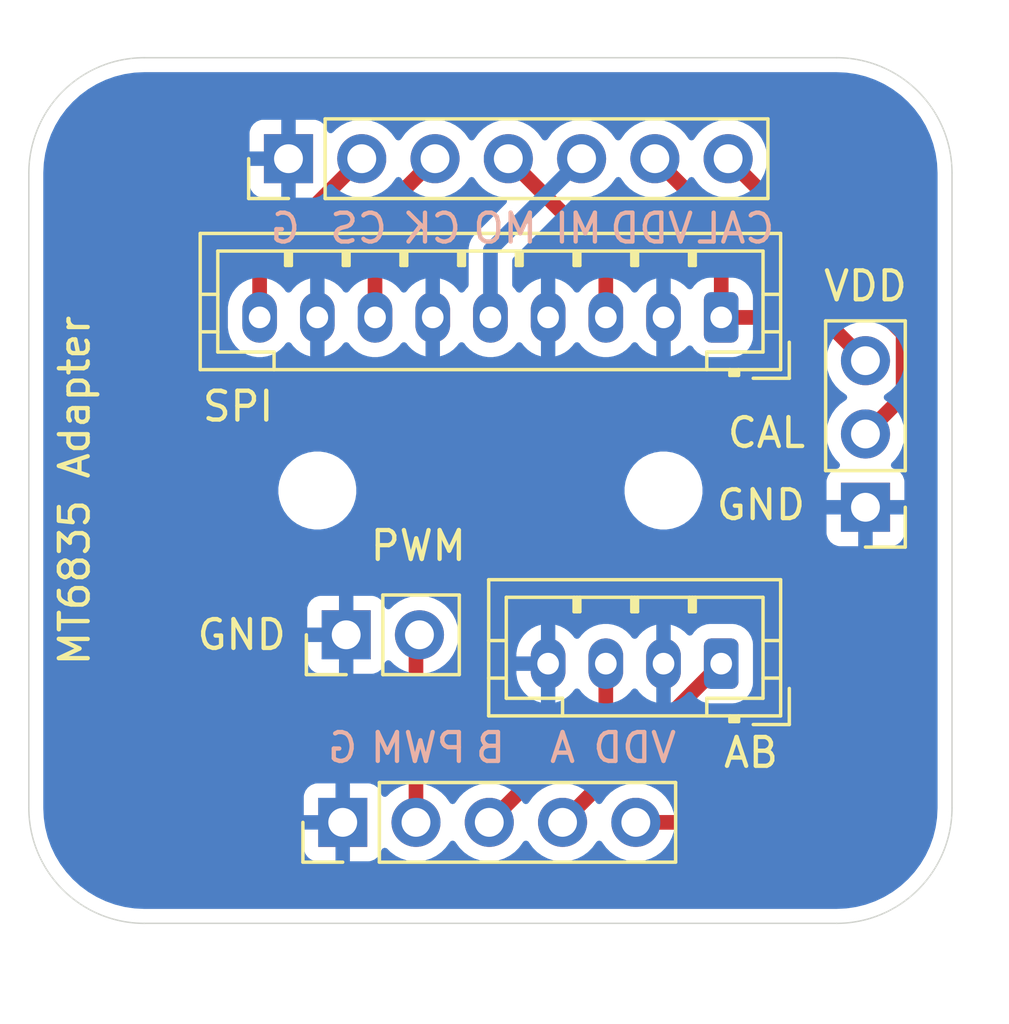
<source format=kicad_pcb>
(kicad_pcb (version 20241229) (generator "pcbnew") (generator_version "9.0")
  (layers (0 "F.Cu" signal) (2 "B.Cu" signal) (13 "F.Paste" user) (15 "B.Paste" user) (5 "F.SilkS" user "F.Silkscreen") (7 "B.SilkS" user "B.Silkscreen") (1 "F.Mask" user) (3 "B.Mask" user) (25 "Edge.Cuts" user))
  (net 0 "")
  (net 1 "SCK")
  (net 2 "MOSI")
  (net 3 "MISO")
  (net 4 "GND")
  (net 5 "+3V3")
  (net 6 "NCS")
  (net 7 "B")
  (net 8 "A")
  (net 9 "CAL")
  (net 10 "PWM")
  (footprint "Connector_PinHeader_2.54mm:PinHeader_1x07_P2.54mm_Vertical" (layer "F.Cu") (at 132 83.5 90)
    (property "Reference" "J5" (hide yes))
    (property "Value" "MT6835_SPI")
    (fp_line (start -1.38 -1.38) (end 0 -1.38) (stroke (width 0.12)) (layer "F.SilkS"))
    (fp_line (start -1.38 0) (end -1.38 -1.38) (stroke (width 0.12)) (layer "F.SilkS"))
    (fp_line (start 1.38 1.27) (end 1.38 16.62) (stroke (width 0.12)) (layer "F.SilkS"))
    (fp_line (start -1.38 1.27) (end 1.38 1.27) (stroke (width 0.12)) (layer "F.SilkS"))
    (fp_line (start -1.38 1.27) (end -1.38 16.62) (stroke (width 0.12)) (layer "F.SilkS"))
    (fp_line (start -1.38 16.62) (end 1.38 16.62) (stroke (width 0.12)) (layer "F.SilkS"))
    (pad "1" thru_hole rect (at 0 0 90) (size 1.7 1.7) (drill 1) (layers "*.Cu" "*.Mask") (net 4 "GND"))
    (pad "2" thru_hole circle (at 0 2.54 90) (size 1.7 1.7) (drill 1) (layers "*.Cu" "*.Mask") (net 6 "NCS"))
    (pad "3" thru_hole circle (at 0 5.08 90) (size 1.7 1.7) (drill 1) (layers "*.Cu" "*.Mask") (net 1 "SCK"))
    (pad "4" thru_hole circle (at 0 7.62 90) (size 1.7 1.7) (drill 1) (layers "*.Cu" "*.Mask") (net 2 "MOSI"))
    (pad "5" thru_hole circle (at 0 10.16 90) (size 1.7 1.7) (drill 1) (layers "*.Cu" "*.Mask") (net 3 "MISO"))
    (pad "6" thru_hole circle (at 0 12.7 90) (size 1.7 1.7) (drill 1) (layers "*.Cu" "*.Mask") (net 5 "+3V3"))
    (pad "7" thru_hole circle (at 0 15.24 90) (size 1.7 1.7) (drill 1) (layers "*.Cu" "*.Mask") (net 9 "CAL"))
  )
  (footprint "Connector_PinHeader_2.54mm:PinHeader_1x03_P2.54mm_Vertical" (layer "F.Cu") (at 152 95.58 180)
    (property "Reference" "J3" (hide yes))
    (property "Value" "Calibration")
    (fp_line (start 1.38 1.27) (end 1.38 6.46) (stroke (width 0.12)) (layer "F.SilkS"))
    (fp_line (start -1.38 6.46) (end 1.38 6.46) (stroke (width 0.12)) (layer "F.SilkS"))
    (fp_line (start -1.38 1.27) (end 1.38 1.27) (stroke (width 0.12)) (layer "F.SilkS"))
    (fp_line (start -1.38 1.27) (end -1.38 6.46) (stroke (width 0.12)) (layer "F.SilkS"))
    (fp_line (start -1.38 0) (end -1.38 -1.38) (stroke (width 0.12)) (layer "F.SilkS"))
    (fp_line (start -1.38 -1.38) (end 0 -1.38) (stroke (width 0.12)) (layer "F.SilkS"))
    (pad "1" thru_hole rect (at 0 0 180) (size 1.7 1.7) (drill 1) (layers "*.Cu" "*.Mask") (net 4 "GND"))
    (pad "2" thru_hole circle (at 0 2.54 180) (size 1.7 1.7) (drill 1) (layers "*.Cu" "*.Mask") (net 9 "CAL"))
    (pad "3" thru_hole circle (at 0 5.08 180) (size 1.7 1.7) (drill 1) (layers "*.Cu" "*.Mask") (net 5 "+3V3"))
  )
  (footprint "MountingHole:MountingHole_2.2mm_M2" (layer "F.Cu") (at 133 95)
    (property "Reference" "H1" (hide yes))
    (property "Value" "MountingHole")
    (pad "" np_thru_hole circle (at 0 0) (size 2.2 2.2) (drill 2.2) (layers "*.Cu" "*.Mask"))
  )
  (footprint "Connector_PinHeader_2.54mm:PinHeader_1x02_P2.54mm_Vertical" (layer "F.Cu") (at 134 100 90)
    (property "Reference" "J4" (hide yes))
    (property "Value" "PWM_Out")
    (fp_line (start -1.38 -1.38) (end 0 -1.38) (stroke (width 0.12)) (layer "F.SilkS"))
    (fp_line (start -1.38 0) (end -1.38 -1.38) (stroke (width 0.12)) (layer "F.SilkS"))
    (fp_line (start 1.38 1.27) (end 1.38 3.92) (stroke (width 0.12)) (layer "F.SilkS"))
    (fp_line (start -1.38 1.27) (end 1.38 1.27) (stroke (width 0.12)) (layer "F.SilkS"))
    (fp_line (start -1.38 1.27) (end -1.38 3.92) (stroke (width 0.12)) (layer "F.SilkS"))
    (fp_line (start -1.38 3.92) (end 1.38 3.92) (stroke (width 0.12)) (layer "F.SilkS"))
    (pad "1" thru_hole rect (at 0 0 90) (size 1.7 1.7) (drill 1) (layers "*.Cu" "*.Mask") (net 4 "GND"))
    (pad "2" thru_hole circle (at 0 2.54 90) (size 1.7 1.7) (drill 1) (layers "*.Cu" "*.Mask") (net 10 "PWM"))
  )
  (footprint "Connector_PinHeader_2.54mm:PinHeader_1x05_P2.54mm_Vertical" (layer "F.Cu") (at 133.88 106.5 90)
    (property "Reference" "J6" (hide yes))
    (property "Value" "MT6835_Encoder")
    (fp_line (start -1.38 -1.38) (end 0 -1.38) (stroke (width 0.12)) (layer "F.SilkS"))
    (fp_line (start -1.38 0) (end -1.38 -1.38) (stroke (width 0.12)) (layer "F.SilkS"))
    (fp_line (start 1.38 1.27) (end 1.38 11.54) (stroke (width 0.12)) (layer "F.SilkS"))
    (fp_line (start -1.38 1.27) (end 1.38 1.27) (stroke (width 0.12)) (layer "F.SilkS"))
    (fp_line (start -1.38 1.27) (end -1.38 11.54) (stroke (width 0.12)) (layer "F.SilkS"))
    (fp_line (start -1.38 11.54) (end 1.38 11.54) (stroke (width 0.12)) (layer "F.SilkS"))
    (pad "1" thru_hole rect (at 0 0 90) (size 1.7 1.7) (drill 1) (layers "*.Cu" "*.Mask") (net 4 "GND"))
    (pad "2" thru_hole circle (at 0 2.54 90) (size 1.7 1.7) (drill 1) (layers "*.Cu" "*.Mask") (net 10 "PWM"))
    (pad "3" thru_hole circle (at 0 5.08 90) (size 1.7 1.7) (drill 1) (layers "*.Cu" "*.Mask") (net 7 "B"))
    (pad "4" thru_hole circle (at 0 7.62 90) (size 1.7 1.7) (drill 1) (layers "*.Cu" "*.Mask") (net 8 "A"))
    (pad "5" thru_hole circle (at 0 10.16 90) (size 1.7 1.7) (drill 1) (layers "*.Cu" "*.Mask") (net 5 "+3V3"))
  )
  (footprint "Connector_JST:JST_PH_B4B-PH-K_1x04_P2.00mm_Vertical" (layer "F.Cu") (at 147 101 180)
    (property "Reference" "J2" (hide yes))
    (property "Value" "Encoder_AB")
    (fp_line (start 8.06 2.91) (end 8.06 -1.81) (stroke (width 0.12)) (layer "F.SilkS"))
    (fp_line (start 8.06 0.8) (end 7.45 0.8) (stroke (width 0.12)) (layer "F.SilkS"))
    (fp_line (start 8.06 -0.5) (end 7.45 -0.5) (stroke (width 0.12)) (layer "F.SilkS"))
    (fp_line (start 8.06 -1.81) (end -2.06 -1.81) (stroke (width 0.12)) (layer "F.SilkS"))
    (fp_line (start 7.45 2.3) (end 7.45 -1.2) (stroke (width 0.12)) (layer "F.SilkS"))
    (fp_line (start 7.45 -1.2) (end 5.5 -1.2) (stroke (width 0.12)) (layer "F.SilkS"))
    (fp_line (start 5.5 -1.2) (end 5.5 -1.81) (stroke (width 0.12)) (layer "F.SilkS"))
    (fp_line (start 5.1 1.8) (end 5.1 2.3) (stroke (width 0.12)) (layer "F.SilkS"))
    (fp_line (start 5 2.3) (end 5 1.8) (stroke (width 0.12)) (layer "F.SilkS"))
    (fp_line (start 4.9 2.3) (end 4.9 1.8) (stroke (width 0.12)) (layer "F.SilkS"))
    (fp_line (start 4.9 1.8) (end 5.1 1.8) (stroke (width 0.12)) (layer "F.SilkS"))
    (fp_line (start 3.1 1.8) (end 3.1 2.3) (stroke (width 0.12)) (layer "F.SilkS"))
    (fp_line (start 3 2.3) (end 3 1.8) (stroke (width 0.12)) (layer "F.SilkS"))
    (fp_line (start 2.9 2.3) (end 2.9 1.8) (stroke (width 0.12)) (layer "F.SilkS"))
    (fp_line (start 2.9 1.8) (end 3.1 1.8) (stroke (width 0.12)) (layer "F.SilkS"))
    (fp_line (start 1.1 1.8) (end 1.1 2.3) (stroke (width 0.12)) (layer "F.SilkS"))
    (fp_line (start 1 2.3) (end 1 1.8) (stroke (width 0.12)) (layer "F.SilkS"))
    (fp_line (start 0.9 2.3) (end 0.9 1.8) (stroke (width 0.12)) (layer "F.SilkS"))
    (fp_line (start 0.9 1.8) (end 1.1 1.8) (stroke (width 0.12)) (layer "F.SilkS"))
    (fp_line (start 0.5 -1.2) (end -1.45 -1.2) (stroke (width 0.12)) (layer "F.SilkS"))
    (fp_line (start 0.5 -1.81) (end 0.5 -1.2) (stroke (width 0.12)) (layer "F.SilkS"))
    (fp_line (start -0.3 -1.81) (end -0.3 -2.01) (stroke (width 0.12)) (layer "F.SilkS"))
    (fp_line (start -0.3 -1.91) (end -0.6 -1.91) (stroke (width 0.12)) (layer "F.SilkS"))
    (fp_line (start -0.3 -2.01) (end -0.6 -2.01) (stroke (width 0.12)) (layer "F.SilkS"))
    (fp_line (start -0.6 -2.01) (end -0.6 -1.81) (stroke (width 0.12)) (layer "F.SilkS"))
    (fp_line (start -1.11 -2.11) (end -2.36 -2.11) (stroke (width 0.12)) (layer "F.SilkS"))
    (fp_line (start -1.45 2.3) (end 7.45 2.3) (stroke (width 0.12)) (layer "F.SilkS"))
    (fp_line (start -1.45 -1.2) (end -1.45 2.3) (stroke (width 0.12)) (layer "F.SilkS"))
    (fp_line (start -2.06 2.91) (end 8.06 2.91) (stroke (width 0.12)) (layer "F.SilkS"))
    (fp_line (start -2.06 0.8) (end -1.45 0.8) (stroke (width 0.12)) (layer "F.SilkS"))
    (fp_line (start -2.06 -0.5) (end -1.45 -0.5) (stroke (width 0.12)) (layer "F.SilkS"))
    (fp_line (start -2.06 -1.81) (end -2.06 2.91) (stroke (width 0.12)) (layer "F.SilkS"))
    (fp_line (start -2.36 -2.11) (end -2.36 -0.86) (stroke (width 0.12)) (layer "F.SilkS"))
    (pad "1" thru_hole roundrect (at 0 0 180) (size 1.2 1.75) (drill 0.75) (layers "*.Cu" "*.Mask") (roundrect_rratio 0.208333) (net 8 "A"))
    (pad "2" thru_hole oval (at 2 0 180) (size 1.2 1.75) (drill 0.75) (layers "*.Cu" "*.Mask") (net 4 "GND"))
    (pad "3" thru_hole oval (at 4 0 180) (size 1.2 1.75) (drill 0.75) (layers "*.Cu" "*.Mask") (net 7 "B"))
    (pad "4" thru_hole oval (at 6 0 180) (size 1.2 1.75) (drill 0.75) (layers "*.Cu" "*.Mask") (net 4 "GND"))
  )
  (footprint "MountingHole:MountingHole_2.2mm_M2" (layer "F.Cu") (at 145 95)
    (property "Reference" "H2" (hide yes))
    (property "Value" "MountingHole")
    (pad "" np_thru_hole circle (at 0 0) (size 2.2 2.2) (drill 2.2) (layers "*.Cu" "*.Mask"))
  )
  (footprint "Connector_JST:JST_PH_B9B-PH-K_1x09_P2.00mm_Vertical" (layer "F.Cu") (at 147 89 180)
    (property "Reference" "J1" (hide yes))
    (property "Value" "Encoder_SPI")
    (fp_line (start 18.06 2.91) (end 18.06 -1.81) (stroke (width 0.12)) (layer "F.SilkS"))
    (fp_line (start 18.06 0.8) (end 17.45 0.8) (stroke (width 0.12)) (layer "F.SilkS"))
    (fp_line (start 18.06 -0.5) (end 17.45 -0.5) (stroke (width 0.12)) (layer "F.SilkS"))
    (fp_line (start 18.06 -1.81) (end -2.06 -1.81) (stroke (width 0.12)) (layer "F.SilkS"))
    (fp_line (start 17.45 2.3) (end 17.45 -1.2) (stroke (width 0.12)) (layer "F.SilkS"))
    (fp_line (start 17.45 -1.2) (end 15.5 -1.2) (stroke (width 0.12)) (layer "F.SilkS"))
    (fp_line (start 15.5 -1.2) (end 15.5 -1.81) (stroke (width 0.12)) (layer "F.SilkS"))
    (fp_line (start 15.1 1.8) (end 15.1 2.3) (stroke (width 0.12)) (layer "F.SilkS"))
    (fp_line (start 15 2.3) (end 15 1.8) (stroke (width 0.12)) (layer "F.SilkS"))
    (fp_line (start 14.9 2.3) (end 14.9 1.8) (stroke (width 0.12)) (layer "F.SilkS"))
    (fp_line (start 14.9 1.8) (end 15.1 1.8) (stroke (width 0.12)) (layer "F.SilkS"))
    (fp_line (start 13.1 1.8) (end 13.1 2.3) (stroke (width 0.12)) (layer "F.SilkS"))
    (fp_line (start 13 2.3) (end 13 1.8) (stroke (width 0.12)) (layer "F.SilkS"))
    (fp_line (start 12.9 2.3) (end 12.9 1.8) (stroke (width 0.12)) (layer "F.SilkS"))
    (fp_line (start 12.9 1.8) (end 13.1 1.8) (stroke (width 0.12)) (layer "F.SilkS"))
    (fp_line (start 11.1 1.8) (end 11.1 2.3) (stroke (width 0.12)) (layer "F.SilkS"))
    (fp_line (start 11 2.3) (end 11 1.8) (stroke (width 0.12)) (layer "F.SilkS"))
    (fp_line (start 10.9 2.3) (end 10.9 1.8) (stroke (width 0.12)) (layer "F.SilkS"))
    (fp_line (start 10.9 1.8) (end 11.1 1.8) (stroke (width 0.12)) (layer "F.SilkS"))
    (fp_line (start 9.1 1.8) (end 9.1 2.3) (stroke (width 0.12)) (layer "F.SilkS"))
    (fp_line (start 9 2.3) (end 9 1.8) (stroke (width 0.12)) (layer "F.SilkS"))
    (fp_line (start 8.9 2.3) (end 8.9 1.8) (stroke (width 0.12)) (layer "F.SilkS"))
    (fp_line (start 8.9 1.8) (end 9.1 1.8) (stroke (width 0.12)) (layer "F.SilkS"))
    (fp_line (start 7.1 1.8) (end 7.1 2.3) (stroke (width 0.12)) (layer "F.SilkS"))
    (fp_line (start 7 2.3) (end 7 1.8) (stroke (width 0.12)) (layer "F.SilkS"))
    (fp_line (start 6.9 2.3) (end 6.9 1.8) (stroke (width 0.12)) (layer "F.SilkS"))
    (fp_line (start 6.9 1.8) (end 7.1 1.8) (stroke (width 0.12)) (layer "F.SilkS"))
    (fp_line (start 5.1 1.8) (end 5.1 2.3) (stroke (width 0.12)) (layer "F.SilkS"))
    (fp_line (start 5 2.3) (end 5 1.8) (stroke (width 0.12)) (layer "F.SilkS"))
    (fp_line (start 4.9 2.3) (end 4.9 1.8) (stroke (width 0.12)) (layer "F.SilkS"))
    (fp_line (start 4.9 1.8) (end 5.1 1.8) (stroke (width 0.12)) (layer "F.SilkS"))
    (fp_line (start 3.1 1.8) (end 3.1 2.3) (stroke (width 0.12)) (layer "F.SilkS"))
    (fp_line (start 3 2.3) (end 3 1.8) (stroke (width 0.12)) (layer "F.SilkS"))
    (fp_line (start 2.9 2.3) (end 2.9 1.8) (stroke (width 0.12)) (layer "F.SilkS"))
    (fp_line (start 2.9 1.8) (end 3.1 1.8) (stroke (width 0.12)) (layer "F.SilkS"))
    (fp_line (start 1.1 1.8) (end 1.1 2.3) (stroke (width 0.12)) (layer "F.SilkS"))
    (fp_line (start 1 2.3) (end 1 1.8) (stroke (width 0.12)) (layer "F.SilkS"))
    (fp_line (start 0.9 2.3) (end 0.9 1.8) (stroke (width 0.12)) (layer "F.SilkS"))
    (fp_line (start 0.9 1.8) (end 1.1 1.8) (stroke (width 0.12)) (layer "F.SilkS"))
    (fp_line (start 0.5 -1.2) (end -1.45 -1.2) (stroke (width 0.12)) (layer "F.SilkS"))
    (fp_line (start 0.5 -1.81) (end 0.5 -1.2) (stroke (width 0.12)) (layer "F.SilkS"))
    (fp_line (start -0.3 -1.81) (end -0.3 -2.01) (stroke (width 0.12)) (layer "F.SilkS"))
    (fp_line (start -0.3 -1.91) (end -0.6 -1.91) (stroke (width 0.12)) (layer "F.SilkS"))
    (fp_line (start -0.3 -2.01) (end -0.6 -2.01) (stroke (width 0.12)) (layer "F.SilkS"))
    (fp_line (start -0.6 -2.01) (end -0.6 -1.81) (stroke (width 0.12)) (layer "F.SilkS"))
    (fp_line (start -1.11 -2.11) (end -2.36 -2.11) (stroke (width 0.12)) (layer "F.SilkS"))
    (fp_line (start -1.45 2.3) (end 17.45 2.3) (stroke (width 0.12)) (layer "F.SilkS"))
    (fp_line (start -1.45 -1.2) (end -1.45 2.3) (stroke (width 0.12)) (layer "F.SilkS"))
    (fp_line (start -2.06 2.91) (end 18.06 2.91) (stroke (width 0.12)) (layer "F.SilkS"))
    (fp_line (start -2.06 0.8) (end -1.45 0.8) (stroke (width 0.12)) (layer "F.SilkS"))
    (fp_line (start -2.06 -0.5) (end -1.45 -0.5) (stroke (width 0.12)) (layer "F.SilkS"))
    (fp_line (start -2.06 -1.81) (end -2.06 2.91) (stroke (width 0.12)) (layer "F.SilkS"))
    (fp_line (start -2.36 -2.11) (end -2.36 -0.86) (stroke (width 0.12)) (layer "F.SilkS"))
    (pad "1" thru_hole roundrect (at 0 0 180) (size 1.2 1.75) (drill 0.75) (layers "*.Cu" "*.Mask") (roundrect_rratio 0.208333) (net 5 "+3V3"))
    (pad "2" thru_hole oval (at 2 0 180) (size 1.2 1.75) (drill 0.75) (layers "*.Cu" "*.Mask") (net 4 "GND"))
    (pad "3" thru_hole oval (at 4 0 180) (size 1.2 1.75) (drill 0.75) (layers "*.Cu" "*.Mask") (net 2 "MOSI"))
    (pad "4" thru_hole oval (at 6 0 180) (size 1.2 1.75) (drill 0.75) (layers "*.Cu" "*.Mask") (net 4 "GND"))
    (pad "5" thru_hole oval (at 8 0 180) (size 1.2 1.75) (drill 0.75) (layers "*.Cu" "*.Mask") (net 3 "MISO"))
    (pad "6" thru_hole oval (at 10 0 180) (size 1.2 1.75) (drill 0.75) (layers "*.Cu" "*.Mask") (net 4 "GND"))
    (pad "7" thru_hole oval (at 12 0 180) (size 1.2 1.75) (drill 0.75) (layers "*.Cu" "*.Mask") (net 1 "SCK"))
    (pad "8" thru_hole oval (at 14 0 180) (size 1.2 1.75) (drill 0.75) (layers "*.Cu" "*.Mask") (net 4 "GND"))
    (pad "9" thru_hole oval (at 16 0 180) (size 1.2 1.75) (drill 0.75) (layers "*.Cu" "*.Mask") (net 6 "NCS"))
  )
  (gr_line (start 123 106) (end 123 84) (stroke (width 0.05)) (layer "Edge.Cuts"))
  (gr_line (start 155 84) (end 155 106) (stroke (width 0.05)) (layer "Edge.Cuts"))
  (gr_arc (start 151 80) (mid 153.828427 81.171573) (end 155 84) (stroke (width 0.05)) (layer "Edge.Cuts"))
  (gr_arc (start 155 106) (mid 153.828427 108.828427) (end 151 110) (stroke (width 0.05)) (layer "Edge.Cuts"))
  (gr_line (start 127 80) (end 151 80) (stroke (width 0.05)) (layer "Edge.Cuts"))
  (gr_arc (start 127 110) (mid 124.171573 108.828427) (end 123 106) (stroke (width 0.05)) (layer "Edge.Cuts"))
  (gr_line (start 151 110) (end 127 110) (stroke (width 0.05)) (layer "Edge.Cuts"))
  (gr_arc (start 123 84) (mid 124.171573 81.171573) (end 127 80) (stroke (width 0.05)) (layer "Edge.Cuts"))
  (gr_text "AB" (at 149.06 103.5 0) (layer "F.SilkS") (effects (font (size 1 1)) (justify right top)))
  (gr_text "MT6835 Adapter" (at 124 95 90) (layer "F.SilkS") (effects (font (size 1 1)) (justify top)))
  (gr_text "CAL" (at 150 93 0) (layer "F.SilkS") (effects (font (size 1 1)) (justify right)))
  (gr_text "PWM" (at 136.5 97.5 0) (layer "F.SilkS") (effects (font (size 1 1)) (justify bottom)))
  (gr_text "GND" (at 132 100 0) (layer "F.SilkS") (effects (font (size 1 1)) (justify right)))
  (gr_text "VDD" (at 152 88.5 0) (layer "F.SilkS") (effects (font (size 1 1)) (justify bottom)))
  (gr_text "GND" (at 150 95.5 0) (layer "F.SilkS") (effects (font (size 1 1)) (justify right)))
  (gr_text "SPI" (at 128.94 91.5 0) (layer "F.SilkS") (effects (font (size 1 1)) (justify left top)))
  (gr_text "VDD" (at 144 104.5 0) (layer "B.SilkS") (effects (font (size 1 1)) (justify bottom mirror)))
  (gr_text "G" (at 131.89 86.5 0) (layer "B.SilkS") (effects (font (size 1 1)) (justify bottom mirror)))
  (gr_text "CK" (at 136.97 86.5 0) (layer "B.SilkS") (effects (font (size 1 1)) (justify bottom mirror)))
  (gr_text "MO" (at 139.51 86.5 0) (layer "B.SilkS") (effects (font (size 1 1)) (justify bottom mirror)))
  (gr_text "B" (at 139 104.5 0) (layer "B.SilkS") (effects (font (size 1 1)) (justify bottom mirror)))
  (gr_text "CS" (at 134.43 86.5 0) (layer "B.SilkS") (effects (font (size 1 1)) (justify bottom mirror)))
  (gr_text "G" (at 133.88 104.5 0) (layer "B.SilkS") (effects (font (size 1 1)) (justify bottom mirror)))
  (gr_text "MI" (at 142.05 86.5 0) (layer "B.SilkS") (effects (font (size 1 1)) (justify bottom mirror)))
  (gr_text "VDD" (at 144.59 86.5 0) (layer "B.SilkS") (effects (font (size 1 1)) (justify bottom mirror)))
  (gr_text "A" (at 141.5 104.5 0) (layer "B.SilkS") (effects (font (size 1 1)) (justify bottom mirror)))
  (gr_text "CAL" (at 147.5 86.5 0) (layer "B.SilkS") (effects (font (size 1 1)) (justify bottom mirror)))
  (gr_text "PWM" (at 136.5 104.5 0) (layer "B.SilkS") (effects (font (size 1 1)) (justify bottom mirror)))
  (segment (start 137.08 83.5) (end 135 85.58) (width 0.508) (layer "F.Cu") (net 1))
  (segment (start 135 85.58) (end 135 89) (width 0.508) (layer "F.Cu") (net 1))
  (segment (start 143 86.88) (end 143 89) (width 0.508) (layer "F.Cu") (net 2))
  (segment (start 139.62 83.5) (end 143 86.88) (width 0.508) (layer "F.Cu") (net 2))
  (segment (start 139 86.66) (end 139 89) (width 0.508) (layer "B.Cu") (net 3))
  (segment (start 142.16 83.5) (end 139 86.66) (width 0.508) (layer "B.Cu") (net 3))
  (segment (start 144.04 106.5) (end 146.52 106.5) (width 0.508) (layer "F.Cu") (net 5))
  (segment (start 150.5 89) (end 152 90.5) (width 0.508) (layer "F.Cu") (net 5))
  (segment (start 147 89) (end 149.5 89) (width 0.508) (layer "F.Cu") (net 5))
  (segment (start 147 85.8) (end 147 89) (width 0.508) (layer "F.Cu") (net 5))
  (segment (start 149.5 89) (end 150.5 89) (width 0.508) (layer "F.Cu") (net 5))
  (segment (start 146.52 106.5) (end 150 103.02) (width 0.508) (layer "F.Cu") (net 5))
  (segment (start 144.7 83.5) (end 147 85.8) (width 0.508) (layer "F.Cu") (net 5))
  (segment (start 150 89.5) (end 149.5 89) (width 0.508) (layer "F.Cu") (net 5))
  (segment (start 150 103.02) (end 150 89.5) (width 0.508) (layer "F.Cu") (net 5))
  (segment (start 134.54 83.5) (end 131 87.04) (width 0.508) (layer "F.Cu") (net 6))
  (segment (start 131 87.04) (end 131 89) (width 0.508) (layer "F.Cu") (net 6))
  (segment (start 143 101) (end 143 102.46) (width 0.508) (layer "F.Cu") (net 7))
  (segment (start 143 102.46) (end 138.96 106.5) (width 0.508) (layer "F.Cu") (net 7))
  (segment (start 147 101) (end 141.5 106.5) (width 0.508) (layer "F.Cu") (net 8))
  (segment (start 152 93.04) (end 153.305 91.735) (width 0.508) (layer "F.Cu") (net 9))
  (segment (start 153.305 89.565) (end 147.24 83.5) (width 0.508) (layer "F.Cu") (net 9))
  (segment (start 153.305 91.735) (end 153.305 89.565) (width 0.508) (layer "F.Cu") (net 9))
  (segment (start 136.42 106.5) (end 136.42 100.12) (width 0.508) (layer "F.Cu") (net 10))
  (segment (start 136.42 100.12) (end 136.54 100) (width 0.508) (layer "F.Cu") (net 10))
  (zone (net 4) (net_name "GND") (layer "B.Cu") (connect_pads (clearance 0.5)) (min_thickness 0.25) (fill yes (thermal_gap 0.5) (thermal_bridge_width 0.5))
    (polygon (pts (xy 122 78) (xy 157 78) (xy 157 113.5) (xy 122 113.5)))
  )
)
</source>
